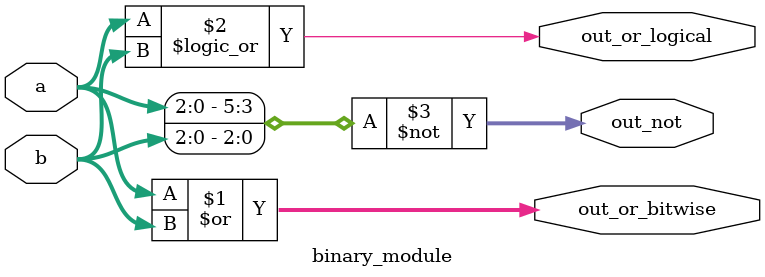
<source format=v>

module top_module(
    input [3:0] in,
    input [2:0] a,
    input [2:0] b,
    input [1:0] select,
    output [1:0] pos,
    output [2:0] out_or_bitwise,
    output out_or_logical,
    output [5:0] out_not,
    output [2:0] out
);
    functional_module fm(.in(in), .a(a), .b(b), .select(select), .pos(pos), .out_or_bitwise(out_or_bitwise), .out_or_logical(out_or_logical), .out_not(out_not), .out(out));
endmodule

module functional_module(
    input [3:0] in,
    input [2:0] a,
    input [2:0] b,
    input [1:0] select, // Added the select input port
    output [1:0] pos,
    output [2:0] out_or_bitwise,
    output out_or_logical,
    output [5:0] out_not,
    output [2:0] out
);
    priority_encoder pe(.in(in), .pos(pos));
    binary_module bm(.a(a), .b(b), .out_or_bitwise(out_or_bitwise), .out_or_logical(out_or_logical), .out_not(out_not));
    assign out = (select == 0) ? pos :
                 (select == 1) ? {out_or_bitwise, out_or_logical, out_not[5:3]} :
                                 {out_or_bitwise & out_not[2:0], out_or_logical & out_not[2:0]};
endmodule

module priority_encoder(
    input [3:0] in,
    output [1:0] pos
);
    assign pos = (in[3]) ? 2'b11 :
                 (in[2]) ? 2'b10 :
                 (in[1]) ? 2'b01 :
                 (in[0]) ? 2'b00 :
                           2'b00 ;
endmodule

module binary_module(
    input [2:0] a,
    input [2:0] b,
    output [2:0] out_or_bitwise,
    output out_or_logical,
    output [5:0] out_not
);
    assign out_or_bitwise = a | b;
    assign out_or_logical = (a || b);
    assign out_not = ~{a, b};
endmodule

</source>
